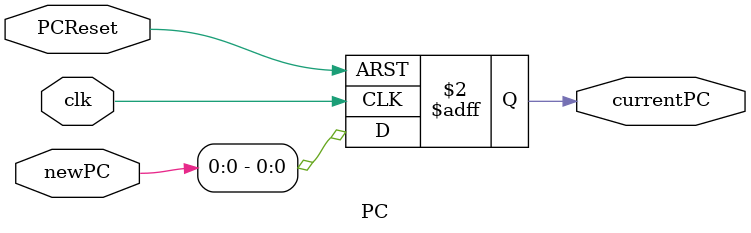
<source format=v>
`timescale 1ns / 1ps

module PC (
  /****** Inputs ******/
  clk,
  PCReset,
  newPC,

  /****** Outputs ******/
  currentPC
);
  input clk;
  input PCReset;
  input [29:0] newPC;

  output currentPC;

  always @(posedge clk or posedge PCReset) begin
    if (PCReset) 
      currentPC = 29'b0;
    else begin
      currentPC <= newPC;
    end
  end

endmodule
</source>
